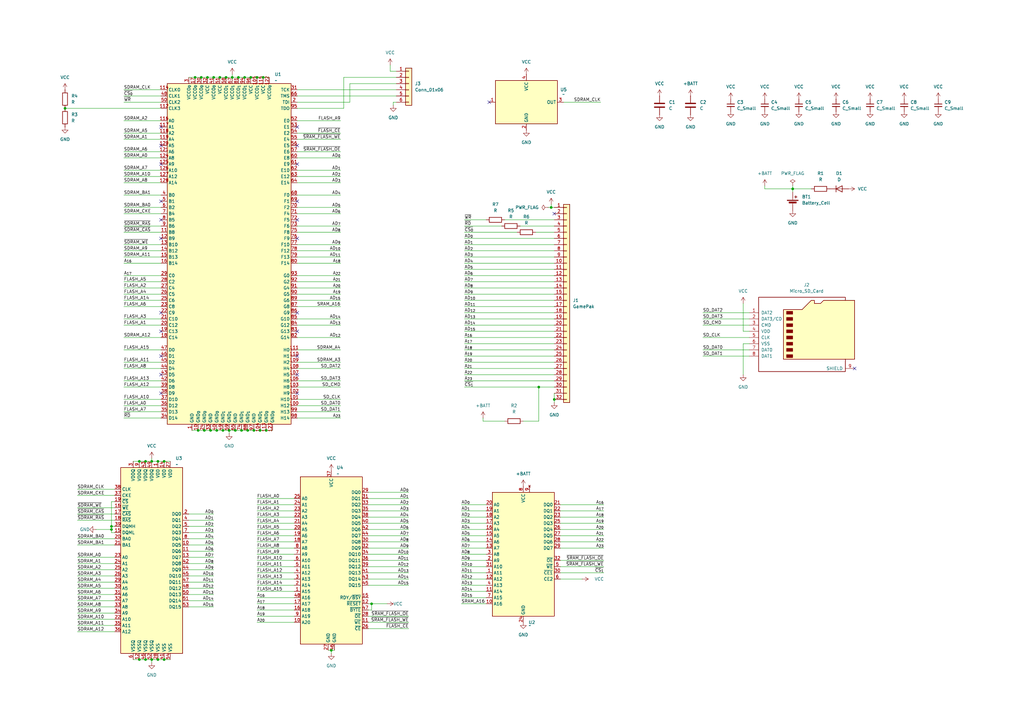
<source format=kicad_sch>
(kicad_sch (version 20250114) (generator "eeschema") (generator_version "9.0")
  (paper "A3")
  (junction (at 82.55 31.75))
  (junction (at 62.23 189.23))
  (junction (at 92.71 31.75))
  (junction (at 62.23 270.51))
  (junction (at 45.72 215.9))
  (junction (at 107.95 31.75))
  (junction (at 227.33 163.83))
  (junction (at 86.36 176.53))
  (junction (at 81.28 176.53))
  (junction (at 102.87 31.75))
  (junction (at 59.69 189.23))
  (junction (at 96.52 176.53))
  (junction (at 88.9 176.53))
  (junction (at 83.82 176.53))
  (junction (at 105.41 31.75))
  (junction (at 101.6 176.53))
  (junction (at 64.77 270.51))
  (junction (at 220.98 158.75))
  (junction (at 152.4 247.65))
  (junction (at 104.14 176.53))
  (junction (at 93.98 176.53))
  (junction (at 135.89 266.7))
  (junction (at 57.15 270.51))
  (junction (at 64.77 189.23))
  (junction (at 67.31 189.23))
  (junction (at 57.15 189.23))
  (junction (at 90.17 31.75))
  (junction (at 59.69 270.51))
  (junction (at 325.12 77.47))
  (junction (at 87.63 31.75))
  (junction (at 226.06 85.09))
  (junction (at 26.67 44.45))
  (junction (at 80.01 31.75))
  (junction (at 85.09 31.75))
  (junction (at 100.33 31.75))
  (junction (at 99.06 176.53))
  (junction (at 97.79 31.75))
  (junction (at 95.25 31.75))
  (junction (at 106.68 176.53))
  (junction (at 91.44 176.53))
  (junction (at 109.22 176.53))
  (junction (at 67.31 270.51))
  (junction (at 45.72 217.17))
  (no_connect (at 66.04 128.27))
  (no_connect (at 66.04 59.69))
  (no_connect (at 121.92 59.69))
  (no_connect (at 66.04 97.79))
  (no_connect (at 121.92 97.79))
  (no_connect (at 121.92 128.27))
  (no_connect (at 121.92 67.31))
  (no_connect (at 66.04 90.17))
  (no_connect (at 66.04 135.89))
  (no_connect (at 227.33 87.63))
  (no_connect (at 121.92 90.17))
  (no_connect (at 66.04 52.07))
  (no_connect (at 121.92 82.55))
  (no_connect (at 200.66 41.91))
  (no_connect (at 66.04 67.31))
  (no_connect (at 121.92 153.67))
  (no_connect (at 350.52 151.13))
  (no_connect (at 121.92 146.05))
  (no_connect (at 66.04 146.05))
  (no_connect (at 121.92 161.29))
  (no_connect (at 66.04 161.29))
  (no_connect (at 66.04 153.67))
  (no_connect (at 66.04 82.55))
  (no_connect (at 121.92 52.07))
  (no_connect (at 121.92 135.89))
  (wire (pts (xy 190.5 125.73) (xy 227.33 125.73)))
  (wire (pts (xy 162.56 29.21) (xy 160.02 29.21)))
  (wire (pts (xy 31.75 259.08) (xy 46.99 259.08)))
  (wire (pts (xy 50.8 133.35) (xy 66.04 133.35)))
  (wire (pts (xy 190.5 105.41) (xy 227.33 105.41)))
  (wire (pts (xy 190.5 158.75) (xy 220.98 158.75)))
  (wire (pts (xy 121.92 102.87) (xy 139.7 102.87)))
  (wire (pts (xy 50.8 125.73) (xy 66.04 125.73)))
  (wire (pts (xy 87.63 231.14) (xy 77.47 231.14)))
  (wire (pts (xy 82.55 31.75) (xy 85.09 31.75)))
  (wire (pts (xy 121.92 163.83) (xy 139.7 163.83)))
  (wire (pts (xy 288.29 146.05) (xy 307.34 146.05)))
  (wire (pts (xy 135.89 267.97) (xy 135.89 266.7)))
  (wire (pts (xy 31.75 233.68) (xy 46.99 233.68)))
  (wire (pts (xy 50.8 113.03) (xy 66.04 113.03)))
  (wire (pts (xy 121.92 168.91) (xy 139.7 168.91)))
  (wire (pts (xy 190.5 120.65) (xy 227.33 120.65)))
  (wire (pts (xy 189.23 247.65) (xy 199.39 247.65)))
  (wire (pts (xy 101.6 176.53) (xy 104.14 176.53)))
  (wire (pts (xy 100.33 31.75) (xy 102.87 31.75)))
  (wire (pts (xy 190.5 151.13) (xy 227.33 151.13)))
  (wire (pts (xy 50.8 143.51) (xy 66.04 143.51)))
  (wire (pts (xy 87.63 226.06) (xy 77.47 226.06)))
  (wire (pts (xy 198.12 172.72) (xy 207.01 172.72)))
  (wire (pts (xy 91.44 176.53) (xy 93.98 176.53)))
  (wire (pts (xy 190.5 146.05) (xy 227.33 146.05)))
  (wire (pts (xy 189.23 219.71) (xy 199.39 219.71)))
  (wire (pts (xy 64.77 189.23) (xy 67.31 189.23)))
  (wire (pts (xy 227.33 85.09) (xy 226.06 85.09)))
  (wire (pts (xy 151.13 219.71) (xy 167.64 219.71)))
  (wire (pts (xy 66.04 44.45) (xy 26.67 44.45)))
  (wire (pts (xy 121.92 57.15) (xy 139.7 57.15)))
  (wire (pts (xy 190.5 100.33) (xy 227.33 100.33)))
  (wire (pts (xy 50.8 120.65) (xy 66.04 120.65)))
  (wire (pts (xy 31.75 254) (xy 46.99 254)))
  (wire (pts (xy 190.5 133.35) (xy 227.33 133.35)))
  (wire (pts (xy 151.13 222.25) (xy 167.64 222.25)))
  (wire (pts (xy 214.63 172.72) (xy 220.98 172.72)))
  (wire (pts (xy 227.33 163.83) (xy 227.33 165.1)))
  (wire (pts (xy 121.92 36.83) (xy 162.56 36.83)))
  (wire (pts (xy 50.8 148.59) (xy 66.04 148.59)))
  (wire (pts (xy 151.13 255.27) (xy 167.64 255.27)))
  (wire (pts (xy 229.87 207.01) (xy 247.65 207.01)))
  (wire (pts (xy 121.92 105.41) (xy 139.7 105.41)))
  (wire (pts (xy 87.63 243.84) (xy 77.47 243.84)))
  (wire (pts (xy 31.75 243.84) (xy 46.99 243.84)))
  (wire (pts (xy 85.09 31.75) (xy 87.63 31.75)))
  (wire (pts (xy 160.02 29.21) (xy 160.02 26.67)))
  (wire (pts (xy 121.92 100.33) (xy 139.7 100.33)))
  (wire (pts (xy 189.23 209.55) (xy 199.39 209.55)))
  (wire (pts (xy 304.8 124.46) (xy 304.8 135.89)))
  (wire (pts (xy 80.01 31.75) (xy 82.55 31.75)))
  (wire (pts (xy 229.87 209.55) (xy 247.65 209.55)))
  (wire (pts (xy 151.13 240.03) (xy 167.64 240.03)))
  (wire (pts (xy 31.75 241.3) (xy 46.99 241.3)))
  (wire (pts (xy 86.36 176.53) (xy 88.9 176.53)))
  (wire (pts (xy 105.41 255.27) (xy 120.65 255.27)))
  (wire (pts (xy 220.98 158.75) (xy 227.33 158.75)))
  (wire (pts (xy 151.13 201.93) (xy 167.64 201.93)))
  (wire (pts (xy 105.41 245.11) (xy 120.65 245.11)))
  (wire (pts (xy 105.41 250.19) (xy 120.65 250.19)))
  (wire (pts (xy 135.89 266.7) (xy 137.16 266.7)))
  (wire (pts (xy 87.63 233.68) (xy 77.47 233.68)))
  (wire (pts (xy 50.8 87.63) (xy 66.04 87.63)))
  (wire (pts (xy 140.97 31.75) (xy 140.97 44.45)))
  (wire (pts (xy 121.92 148.59) (xy 139.7 148.59)))
  (wire (pts (xy 50.8 171.45) (xy 66.04 171.45)))
  (wire (pts (xy 229.87 224.79) (xy 247.65 224.79)))
  (wire (pts (xy 50.8 36.83) (xy 66.04 36.83)))
  (wire (pts (xy 50.8 85.09) (xy 66.04 85.09)))
  (wire (pts (xy 83.82 176.53) (xy 86.36 176.53)))
  (wire (pts (xy 190.5 140.97) (xy 227.33 140.97)))
  (wire (pts (xy 190.5 156.21) (xy 227.33 156.21)))
  (wire (pts (xy 31.75 246.38) (xy 46.99 246.38)))
  (wire (pts (xy 121.92 130.81) (xy 139.7 130.81)))
  (wire (pts (xy 121.92 123.19) (xy 139.7 123.19)))
  (wire (pts (xy 31.75 248.92) (xy 46.99 248.92)))
  (wire (pts (xy 50.8 54.61) (xy 66.04 54.61)))
  (wire (pts (xy 151.13 227.33) (xy 167.64 227.33)))
  (wire (pts (xy 161.29 41.91) (xy 162.56 41.91)))
  (wire (pts (xy 93.98 176.53) (xy 93.98 177.8)))
  (wire (pts (xy 92.71 31.75) (xy 95.25 31.75)))
  (wire (pts (xy 190.5 143.51) (xy 227.33 143.51)))
  (wire (pts (xy 189.23 224.79) (xy 199.39 224.79)))
  (wire (pts (xy 57.15 189.23) (xy 59.69 189.23)))
  (wire (pts (xy 81.28 176.53) (xy 83.82 176.53)))
  (wire (pts (xy 62.23 187.96) (xy 62.23 189.23)))
  (wire (pts (xy 105.41 242.57) (xy 120.65 242.57)))
  (wire (pts (xy 288.29 130.81) (xy 307.34 130.81)))
  (wire (pts (xy 325.12 78.74) (xy 325.12 77.47)))
  (wire (pts (xy 54.61 189.23) (xy 57.15 189.23)))
  (wire (pts (xy 231.14 41.91) (xy 246.38 41.91)))
  (wire (pts (xy 229.87 234.95) (xy 247.65 234.95)))
  (wire (pts (xy 325.12 77.47) (xy 332.74 77.47)))
  (wire (pts (xy 304.8 135.89) (xy 307.34 135.89)))
  (wire (pts (xy 109.22 176.53) (xy 111.76 176.53)))
  (wire (pts (xy 121.92 80.01) (xy 139.7 80.01)))
  (wire (pts (xy 190.5 135.89) (xy 227.33 135.89)))
  (wire (pts (xy 77.47 248.92) (xy 87.63 248.92)))
  (wire (pts (xy 90.17 31.75) (xy 92.71 31.75)))
  (wire (pts (xy 93.98 176.53) (xy 96.52 176.53)))
  (wire (pts (xy 50.8 130.81) (xy 66.04 130.81)))
  (wire (pts (xy 229.87 232.41) (xy 247.65 232.41)))
  (wire (pts (xy 189.23 227.33) (xy 199.39 227.33)))
  (wire (pts (xy 198.12 171.45) (xy 198.12 172.72)))
  (wire (pts (xy 229.87 222.25) (xy 247.65 222.25)))
  (wire (pts (xy 105.41 240.03) (xy 120.65 240.03)))
  (wire (pts (xy 143.51 41.91) (xy 121.92 41.91)))
  (wire (pts (xy 50.8 62.23) (xy 66.04 62.23)))
  (wire (pts (xy 50.8 74.93) (xy 66.04 74.93)))
  (wire (pts (xy 50.8 168.91) (xy 66.04 168.91)))
  (wire (pts (xy 190.5 148.59) (xy 227.33 148.59)))
  (wire (pts (xy 151.13 204.47) (xy 167.64 204.47)))
  (wire (pts (xy 190.5 110.49) (xy 227.33 110.49)))
  (wire (pts (xy 105.41 207.01) (xy 120.65 207.01)))
  (wire (pts (xy 78.74 176.53) (xy 81.28 176.53)))
  (wire (pts (xy 88.9 176.53) (xy 91.44 176.53)))
  (wire (pts (xy 121.92 87.63) (xy 139.7 87.63)))
  (wire (pts (xy 87.63 220.98) (xy 77.47 220.98)))
  (wire (pts (xy 288.29 133.35) (xy 307.34 133.35)))
  (wire (pts (xy 151.13 212.09) (xy 167.64 212.09)))
  (wire (pts (xy 288.29 138.43) (xy 307.34 138.43)))
  (wire (pts (xy 54.61 270.51) (xy 57.15 270.51)))
  (wire (pts (xy 121.92 158.75) (xy 139.7 158.75)))
  (wire (pts (xy 121.92 62.23) (xy 139.7 62.23)))
  (wire (pts (xy 87.63 238.76) (xy 77.47 238.76)))
  (wire (pts (xy 121.92 166.37) (xy 139.7 166.37)))
  (wire (pts (xy 31.75 213.36) (xy 46.99 213.36)))
  (wire (pts (xy 151.13 232.41) (xy 167.64 232.41)))
  (wire (pts (xy 105.41 247.65) (xy 120.65 247.65)))
  (wire (pts (xy 87.63 210.82) (xy 77.47 210.82)))
  (wire (pts (xy 229.87 229.87) (xy 247.65 229.87)))
  (wire (pts (xy 190.5 107.95) (xy 227.33 107.95)))
  (wire (pts (xy 50.8 163.83) (xy 66.04 163.83)))
  (wire (pts (xy 105.41 252.73) (xy 120.65 252.73)))
  (wire (pts (xy 50.8 39.37) (xy 66.04 39.37)))
  (wire (pts (xy 189.23 229.87) (xy 199.39 229.87)))
  (wire (pts (xy 190.5 123.19) (xy 227.33 123.19)))
  (wire (pts (xy 50.8 100.33) (xy 66.04 100.33)))
  (wire (pts (xy 39.37 217.17) (xy 45.72 217.17)))
  (wire (pts (xy 121.92 118.11) (xy 139.7 118.11)))
  (wire (pts (xy 288.29 143.51) (xy 307.34 143.51)))
  (wire (pts (xy 121.92 156.21) (xy 139.7 156.21)))
  (wire (pts (xy 121.92 138.43) (xy 139.7 138.43)))
  (wire (pts (xy 31.75 236.22) (xy 46.99 236.22)))
  (wire (pts (xy 121.92 151.13) (xy 139.7 151.13)))
  (wire (pts (xy 102.87 31.75) (xy 105.41 31.75)))
  (wire (pts (xy 105.41 219.71) (xy 120.65 219.71)))
  (wire (pts (xy 190.5 90.17) (xy 199.39 90.17)))
  (wire (pts (xy 31.75 228.6) (xy 46.99 228.6)))
  (wire (pts (xy 158.75 247.65) (xy 152.4 247.65)))
  (wire (pts (xy 288.29 128.27) (xy 307.34 128.27)))
  (wire (pts (xy 229.87 217.17) (xy 247.65 217.17)))
  (wire (pts (xy 189.23 214.63) (xy 199.39 214.63)))
  (wire (pts (xy 162.56 34.29) (xy 143.51 34.29)))
  (wire (pts (xy 50.8 115.57) (xy 66.04 115.57)))
  (wire (pts (xy 59.69 270.51) (xy 62.23 270.51)))
  (wire (pts (xy 87.63 218.44) (xy 77.47 218.44)))
  (wire (pts (xy 229.87 214.63) (xy 247.65 214.63)))
  (wire (pts (xy 105.41 212.09) (xy 120.65 212.09)))
  (wire (pts (xy 190.5 118.11) (xy 227.33 118.11)))
  (wire (pts (xy 151.13 247.65) (xy 152.4 247.65)))
  (wire (pts (xy 31.75 238.76) (xy 46.99 238.76)))
  (wire (pts (xy 189.23 234.95) (xy 199.39 234.95)))
  (wire (pts (xy 104.14 176.53) (xy 106.68 176.53)))
  (wire (pts (xy 50.8 166.37) (xy 66.04 166.37)))
  (wire (pts (xy 107.95 31.75) (xy 110.49 31.75)))
  (wire (pts (xy 189.23 237.49) (xy 199.39 237.49)))
  (wire (pts (xy 190.5 113.03) (xy 227.33 113.03)))
  (wire (pts (xy 189.23 240.03) (xy 199.39 240.03)))
  (wire (pts (xy 50.8 69.85) (xy 66.04 69.85)))
  (wire (pts (xy 151.13 214.63) (xy 167.64 214.63)))
  (wire (pts (xy 105.41 224.79) (xy 120.65 224.79)))
  (wire (pts (xy 105.41 31.75) (xy 107.95 31.75)))
  (wire (pts (xy 307.34 140.97) (xy 304.8 140.97)))
  (wire (pts (xy 50.8 105.41) (xy 66.04 105.41)))
  (wire (pts (xy 134.62 266.7) (xy 135.89 266.7)))
  (wire (pts (xy 121.92 113.03) (xy 139.7 113.03)))
  (wire (pts (xy 313.69 76.2) (xy 313.69 77.47)))
  (wire (pts (xy 121.92 95.25) (xy 139.7 95.25)))
  (wire (pts (xy 87.63 246.38) (xy 77.47 246.38)))
  (wire (pts (xy 151.13 234.95) (xy 167.64 234.95)))
  (wire (pts (xy 190.5 95.25) (xy 212.09 95.25)))
  (wire (pts (xy 96.52 176.53) (xy 99.06 176.53)))
  (wire (pts (xy 151.13 252.73) (xy 167.64 252.73)))
  (wire (pts (xy 31.75 210.82) (xy 46.99 210.82)))
  (wire (pts (xy 190.5 128.27) (xy 227.33 128.27)))
  (wire (pts (xy 121.92 115.57) (xy 139.7 115.57)))
  (wire (pts (xy 77.47 31.75) (xy 80.01 31.75)))
  (wire (pts (xy 190.5 130.81) (xy 227.33 130.81)))
  (wire (pts (xy 220.98 172.72) (xy 220.98 158.75)))
  (wire (pts (xy 121.92 120.65) (xy 139.7 120.65)))
  (wire (pts (xy 121.92 143.51) (xy 139.7 143.51)))
  (wire (pts (xy 229.87 212.09) (xy 247.65 212.09)))
  (wire (pts (xy 199.39 245.11) (xy 189.23 245.11)))
  (wire (pts (xy 45.72 218.44) (xy 46.99 218.44)))
  (wire (pts (xy 121.92 64.77) (xy 139.7 64.77)))
  (wire (pts (xy 87.63 241.3) (xy 77.47 241.3)))
  (wire (pts (xy 151.13 224.79) (xy 167.64 224.79)))
  (wire (pts (xy 87.63 215.9) (xy 77.47 215.9)))
  (wire (pts (xy 45.72 205.74) (xy 46.99 205.74)))
  (wire (pts (xy 190.5 153.67) (xy 227.33 153.67)))
  (wire (pts (xy 121.92 69.85) (xy 139.7 69.85)))
  (wire (pts (xy 229.87 237.49) (xy 238.76 237.49)))
  (wire (pts (xy 189.23 232.41) (xy 199.39 232.41)))
  (wire (pts (xy 31.75 223.52) (xy 46.99 223.52)))
  (wire (pts (xy 31.75 208.28) (xy 46.99 208.28)))
  (wire (pts (xy 62.23 189.23) (xy 64.77 189.23)))
  (wire (pts (xy 304.8 140.97) (xy 304.8 153.67)))
  (wire (pts (xy 105.41 227.33) (xy 120.65 227.33)))
  (wire (pts (xy 87.63 213.36) (xy 77.47 213.36)))
  (wire (pts (xy 105.41 234.95) (xy 120.65 234.95)))
  (wire (pts (xy 31.75 231.14) (xy 46.99 231.14)))
  (wire (pts (xy 62.23 270.51) (xy 64.77 270.51)))
  (wire (pts (xy 99.06 176.53) (xy 101.6 176.53)))
  (wire (pts (xy 151.13 257.81) (xy 167.64 257.81)))
  (wire (pts (xy 224.79 85.09) (xy 226.06 85.09)))
  (wire (pts (xy 50.8 138.43) (xy 66.04 138.43)))
  (wire (pts (xy 67.31 189.23) (xy 69.85 189.23)))
  (wire (pts (xy 45.72 217.17) (xy 45.72 218.44)))
  (wire (pts (xy 140.97 44.45) (xy 121.92 44.45)))
  (wire (pts (xy 151.13 207.01) (xy 167.64 207.01)))
  (wire (pts (xy 50.8 107.95) (xy 66.04 107.95)))
  (wire (pts (xy 190.5 92.71) (xy 205.74 92.71)))
  (wire (pts (xy 219.71 95.25) (xy 227.33 95.25)))
  (wire (pts (xy 31.75 200.66) (xy 46.99 200.66)))
  (wire (pts (xy 50.8 57.15) (xy 66.04 57.15)))
  (wire (pts (xy 325.12 76.2) (xy 325.12 77.47)))
  (wire (pts (xy 213.36 92.71) (xy 227.33 92.71)))
  (wire (pts (xy 46.99 215.9) (xy 45.72 215.9)))
  (wire (pts (xy 106.68 176.53) (xy 109.22 176.53)))
  (wire (pts (xy 105.41 237.49) (xy 120.65 237.49)))
  (wire (pts (xy 226.06 85.09) (xy 226.06 83.82)))
  (wire (pts (xy 121.92 107.95) (xy 139.7 107.95)))
  (wire (pts (xy 121.92 54.61) (xy 139.7 54.61)))
  (wire (pts (xy 152.4 250.19) (xy 151.13 250.19)))
  (wire (pts (xy 161.29 43.18) (xy 161.29 41.91)))
  (wire (pts (xy 50.8 156.21) (xy 66.04 156.21)))
  (wire (pts (xy 50.8 118.11) (xy 66.04 118.11)))
  (wire (pts (xy 189.23 222.25) (xy 199.39 222.25)))
  (wire (pts (xy 189.23 207.01) (xy 199.39 207.01)))
  (wire (pts (xy 151.13 209.55) (xy 167.64 209.55)))
  (wire (pts (xy 62.23 271.78) (xy 62.23 270.51)))
  (wire (pts (xy 31.75 220.98) (xy 46.99 220.98)))
  (wire (pts (xy 105.41 214.63) (xy 120.65 214.63)))
  (wire (pts (xy 57.15 270.51) (xy 59.69 270.51)))
  (wire (pts (xy 227.33 161.29) (xy 227.33 163.83)))
  (wire (pts (xy 121.92 125.73) (xy 139.7 125.73)))
  (wire (pts (xy 87.63 31.75) (xy 90.17 31.75)))
  (wire (pts (xy 87.63 236.22) (xy 77.47 236.22)))
  (wire (pts (xy 207.01 90.17) (xy 227.33 90.17)))
  (wire (pts (xy 31.75 251.46) (xy 46.99 251.46)))
  (wire (pts (xy 59.69 189.23) (xy 62.23 189.23)))
  (wire (pts (xy 151.13 237.49) (xy 167.64 237.49)))
  (wire (pts (xy 105.41 217.17) (xy 120.65 217.17)))
  (wire (pts (xy 189.23 212.09) (xy 199.39 212.09)))
  (wire (pts (xy 31.75 256.54) (xy 46.99 256.54)))
  (wire (pts (xy 105.41 204.47) (xy 120.65 204.47)))
  (wire (pts (xy 50.8 158.75) (xy 66.04 158.75)))
  (wire (pts (xy 229.87 219.71) (xy 247.65 219.71)))
  (wire (pts (xy 87.63 228.6) (xy 77.47 228.6)))
  (wire (pts (xy 50.8 49.53) (xy 66.04 49.53)))
  (wire (pts (xy 64.77 270.51) (xy 67.31 270.51)))
  (wire (pts (xy 45.72 215.9) (xy 45.72 205.74)))
  (wire (pts (xy 151.13 217.17) (xy 167.64 217.17)))
  (wire (pts (xy 121.92 171.45) (xy 139.7 171.45)))
  (wire (pts (xy 95.25 31.75) (xy 97.79 31.75)))
  (wire (pts (xy 105.41 232.41) (xy 120.65 232.41)))
  (wire (pts (xy 31.75 203.2) (xy 46.99 203.2)))
  (wire (pts (xy 105.41 229.87) (xy 120.65 229.87)))
  (wire (pts (xy 50.8 102.87) (xy 66.04 102.87)))
  (wire (pts (xy 97.79 31.75) (xy 100.33 31.75)))
  (wire (pts (xy 121.92 74.93) (xy 139.7 74.93)))
  (wire (pts (xy 50.8 72.39) (xy 66.04 72.39)))
  (wire (pts (xy 152.4 247.65) (xy 152.4 250.19)))
  (wire (pts (xy 121.92 133.35) (xy 139.7 133.35)))
  (wire (pts (xy 189.23 217.17) (xy 199.39 217.17)))
  (wire (pts (xy 151.13 229.87) (xy 167.64 229.87)))
  (wire (pts (xy 121.92 85.09) (xy 139.7 85.09)))
  (wire (pts (xy 190.5 138.43) (xy 227.33 138.43)))
  (wire (pts (xy 67.31 270.51) (xy 69.85 270.51)))
  (wire (pts (xy 95.25 30.48) (xy 95.25 31.75)))
  (wire (pts (xy 121.92 92.71) (xy 139.7 92.71)))
  (wire (pts (xy 121.92 49.53) (xy 139.7 49.53)))
  (wire (pts (xy 121.92 72.39) (xy 139.7 72.39)))
  (wire (pts (xy 190.5 102.87) (xy 227.33 102.87)))
  (wire (pts (xy 105.41 209.55) (xy 120.65 209.55)))
  (wire (pts (xy 189.23 242.57) (xy 199.39 242.57)))
  (wire (pts (xy 50.8 41.91) (xy 66.04 41.91)))
  (wire (pts (xy 190.5 115.57) (xy 227.33 115.57)))
  (wire (pts (xy 190.5 97.79) (xy 227.33 97.79)))
  (wire (pts (xy 50.8 95.25) (xy 66.04 95.25)))
  (wire (pts (xy 87.63 223.52) (xy 77.47 223.52)))
  (wire (pts (xy 50.8 151.13) (xy 66.04 151.13)))
  (wire (pts (xy 50.8 80.01) (xy 66.04 80.01)))
  (wire (pts (xy 162.56 31.75) (xy 140.97 31.75)))
  (wire (pts (xy 50.8 92.71) (xy 66.04 92.71)))
  (wire (pts (xy 121.92 39.37) (xy 162.56 39.37)))
  (wire (pts (xy 50.8 64.77) (xy 66.04 64.77)))
  (wire (pts (xy 325.12 77.47) (xy 313.69 77.47)))
  (wire (pts (xy 105.41 222.25) (xy 120.65 222.25)))
  (wire (pts (xy 143.51 34.29) (xy 143.51 41.91)))
  (wire (pts (xy 50.8 123.19) (xy 66.04 123.19)))
  (wire (pts (xy 45.72 215.9) (xy 45.72 217.17)))
  (label "AD_{7}" (at 167.64 219.71 180))
  (label "~{SRAM_FLASH_OE}" (at 139.7 62.23 180))
  (label "SD_DAT2" (at 288.29 128.27 0))
  (label "AD_{4}" (at 139.7 80.01 180))
  (label "AD_{14}" (at 139.7 130.81 180))
  (label "AD_{10}" (at 167.64 227.33 180))
  (label "AD_{10}" (at 87.63 236.22 180))
  (label "SD_DAT0" (at 288.29 143.51 0))
  (label "SDRAM_CLK" (at 50.8 36.83 0))
  (label "AD_{2}" (at 189.23 212.09 0))
  (label "AD_{15}" (at 167.64 240.03 180))
  (label "SDRAM_A1" (at 50.8 57.15 0))
  (label "AD_{0}" (at 87.63 210.82 180))
  (label "AD_{10}" (at 190.5 123.19 0))
  (label "SDRAM_A5" (at 50.8 54.61 0))
  (label "AD_{7}" (at 87.63 228.6 180))
  (label "AD_{5}" (at 189.23 219.71 0))
  (label "AD_{12}" (at 189.23 237.49 0))
  (label "A_{22}" (at 247.65 222.25 180))
  (label "~{RD}" (at 50.8 171.45 0))
  (label "~{CS_{0}}" (at 50.8 39.37 0))
  (label "FLASH_A7" (at 105.41 222.25 0))
  (label "~{RD}" (at 190.5 92.71 0))
  (label "AD_{0}" (at 189.23 207.01 0))
  (label "~{SRAM_FLASH_WE}" (at 139.7 57.15 180))
  (label "AD_{4}" (at 167.64 212.09 180))
  (label "SD_DAT2" (at 139.7 151.13 180))
  (label "AD_{3}" (at 167.64 209.55 180))
  (label "A_{20}" (at 139.7 118.11 180))
  (label "SD_CMD" (at 139.7 158.75 180))
  (label "AD_{6}" (at 167.64 217.17 180))
  (label "A_{16}" (at 105.41 245.11 0))
  (label "AD_{13}" (at 139.7 133.35 180))
  (label "AD_{1}" (at 189.23 209.55 0))
  (label "SDRAM_A9" (at 31.75 251.46 0))
  (label "A_{16}" (at 247.65 207.01 180))
  (label "AD_{7}" (at 189.23 224.79 0))
  (label "SDRAM_A4" (at 31.75 238.76 0))
  (label "AD_{14}" (at 190.5 133.35 0))
  (label "FLASH_A11" (at 105.41 232.41 0))
  (label "AD_{6}" (at 190.5 113.03 0))
  (label "SD_CMD" (at 288.29 133.35 0))
  (label "AD_{15}" (at 190.5 135.89 0))
  (label "A_{23}" (at 190.5 156.21 0))
  (label "FLASH_A6" (at 50.8 125.73 0))
  (label "SDRAM_A6" (at 31.75 243.84 0))
  (label "A_{20}" (at 190.5 148.59 0))
  (label "FLASH_A12" (at 50.8 158.75 0))
  (label "AD_{14}" (at 189.23 242.57 0))
  (label "AD_{8}" (at 190.5 118.11 0))
  (label "~{SDRAM_WE}" (at 50.8 100.33 0))
  (label "FLASH_A10" (at 50.8 163.83 0))
  (label "FLASH_A2" (at 50.8 118.11 0))
  (label "AD_{13}" (at 167.64 234.95 180))
  (label "FLASH_A1" (at 105.41 207.01 0))
  (label "A_{20}" (at 105.41 255.27 0))
  (label "A_{18}" (at 190.5 143.51 0))
  (label "FLASH_A9" (at 139.7 49.53 180))
  (label "AD_{15}" (at 139.7 123.19 180))
  (label "AD_{5}" (at 139.7 85.09 180))
  (label "FLASH_A4" (at 50.8 120.65 0))
  (label "A_{17}" (at 247.65 209.55 180))
  (label "SDRAM_CKE" (at 31.75 203.2 0))
  (label "~{WR}" (at 50.8 41.91 0))
  (label "AD_{12}" (at 87.63 241.3 180))
  (label "SDRAM_A12" (at 31.75 259.08 0))
  (label "AD_{15}" (at 189.23 245.11 0))
  (label "SDRAM_A7" (at 50.8 69.85 0))
  (label "AD_{12}" (at 139.7 138.43 180))
  (label "~{FLASH_CE}" (at 139.7 54.61 180))
  (label "SDRAM_A8" (at 31.75 248.92 0))
  (label "FLASH_A12" (at 105.41 234.95 0))
  (label "~{FLASH_CE}" (at 167.64 257.81 180))
  (label "AD_{8}" (at 189.23 227.33 0))
  (label "FLASH_A6" (at 105.41 219.71 0))
  (label "SD_DAT0" (at 139.7 166.37 180))
  (label "AD_{13}" (at 189.23 240.03 0))
  (label "AD_{2}" (at 190.5 102.87 0))
  (label "AD_{5}" (at 167.64 214.63 180))
  (label "AD_{7}" (at 139.7 92.71 180))
  (label "A_{19}" (at 105.41 252.73 0))
  (label "AD_{8}" (at 87.63 231.14 180))
  (label "SDRAM_BA1" (at 50.8 80.01 0))
  (label "~{CS_{0}}" (at 190.5 95.25 0))
  (label "AD_{9}" (at 189.23 229.87 0))
  (label "AD_{6}" (at 139.7 87.63 180))
  (label "AD_{15}" (at 87.63 248.92 180))
  (label "AD_{11}" (at 190.5 125.73 0))
  (label "A_{22}" (at 139.7 113.03 180))
  (label "A_{18}" (at 105.41 250.19 0))
  (label "SDRAM_A9" (at 50.8 102.87 0))
  (label "SDRAM_A10" (at 31.75 254 0))
  (label "SRAM_A16" (at 189.23 247.65 0))
  (label "AD_{12}" (at 167.64 232.41 180))
  (label "AD_{0}" (at 167.64 201.93 180))
  (label "~{SDRAM_CAS}" (at 31.75 210.82 0))
  (label "A_{19}" (at 247.65 214.63 180))
  (label "SDRAM_A11" (at 31.75 256.54 0))
  (label "AD_{1}" (at 190.5 100.33 0))
  (label "SDRAM_A6" (at 50.8 62.23 0))
  (label "SDRAM_CKE" (at 50.8 87.63 0))
  (label "SDRAM_A0" (at 50.8 64.77 0))
  (label "AD_{9}" (at 167.64 224.79 180))
  (label "AD_{8}" (at 167.64 222.25 180))
  (label "AD_{8}" (at 139.7 95.25 180))
  (label "FLASH_A14" (at 105.41 240.03 0))
  (label "FLASH_A10" (at 105.41 229.87 0))
  (label "SDRAM_A7" (at 31.75 246.38 0))
  (label "FLASH_A14" (at 50.8 123.19 0))
  (label "SD_CLK" (at 139.7 163.83 180))
  (label "SDRAM_CLK" (at 246.38 41.91 180))
  (label "A_{16}" (at 190.5 138.43 0))
  (label "~{SDRAM_RAS}" (at 50.8 92.71 0))
  (label "SDRAM_A2" (at 31.75 233.68 0))
  (label "A_{18}" (at 247.65 212.09 180))
  (label "AD_{1}" (at 167.64 204.47 180))
  (label "SD_DAT3" (at 288.29 130.81 0))
  (label "SDRAM_A4" (at 139.7 143.51 180))
  (label "FLASH_A3" (at 105.41 212.09 0))
  (label "AD_{13}" (at 87.63 243.84 180))
  (label "SDRAM_A3" (at 31.75 236.22 0))
  (label "SDRAM_CLK" (at 31.75 200.66 0))
  (label "AD_{14}" (at 87.63 246.38 180))
  (label "SD_DAT1" (at 288.29 146.05 0))
  (label "SDRAM_BA0" (at 50.8 85.09 0))
  (label "AD_{10}" (at 189.23 232.41 0))
  (label "A_{17}" (at 105.41 247.65 0))
  (label "FLASH_A15" (at 105.41 242.57 0))
  (label "AD_{11}" (at 87.63 238.76 180))
  (label "A_{21}" (at 247.65 219.71 180))
  (label "AD_{12}" (at 190.5 128.27 0))
  (label "AD_{9}" (at 87.63 233.68 180))
  (label "A_{18}" (at 139.7 107.95 180))
  (label "FLASH_A13" (at 50.8 156.21 0))
  (label "AD_{3}" (at 190.5 105.41 0))
  (label "A_{22}" (at 190.5 153.67 0))
  (label "SDRAM_A11" (at 50.8 105.41 0))
  (label "AD_{3}" (at 139.7 74.93 180))
  (label "A_{21}" (at 139.7 115.57 180))
  (label "SDRAM_BA1" (at 31.75 223.52 0))
  (label "AD_{11}" (at 189.23 234.95 0))
  (label "FLASH_A2" (at 105.41 209.55 0))
  (label "SD_CLK" (at 288.29 138.43 0))
  (label "~{SDRAM_WE}" (at 31.75 208.28 0))
  (label "AD_{1}" (at 139.7 69.85 180))
  (label "~{SRAM_FLASH_OE}" (at 167.64 252.73 180))
  (label "AD_{10}" (at 139.7 102.87 180))
  (label "SDRAM_A0" (at 31.75 228.6 0))
  (label "SDRAM_A3" (at 139.7 148.59 180))
  (label "SDRAM_A5" (at 31.75 241.3 0))
  (label "AD_{0}" (at 139.7 64.77 180))
  (label "AD_{9}" (at 139.7 100.33 180))
  (label "~{SDRAM_CAS}" (at 50.8 95.25 0))
  (label "AD_{3}" (at 87.63 218.44 180))
  (label "~{CS_{1}}" (at 190.5 158.75 0))
  (label "FLASH_A5" (at 50.8 115.57 0))
  (label "AD_{7}" (at 190.5 115.57 0))
  (label "SD_DAT3" (at 139.7 156.21 180))
  (label "AD_{6}" (at 189.23 222.25 0))
  (label "FLASH_A4" (at 105.41 214.63 0))
  (label "A_{16}" (at 50.8 107.95 0))
  (label "AD_{11}" (at 139.7 105.41 180))
  (label "FLASH_A3" (at 50.8 130.81 0))
  (label "A_{17}" (at 190.5 140.97 0))
  (label "AD_{4}" (at 190.5 107.95 0))
  (label "FLASH_A13" (at 105.41 237.49 0))
  (label "A_{17}" (at 50.8 113.03 0))
  (label "A_{20}" (at 247.65 217.17 180))
  (label "SDRAM_A12" (at 50.8 138.43 0))
  (label "SDRAM_A2" (at 50.8 49.53 0))
  (label "AD_{1}" (at 87.63 213.36 180))
  (label "AD_{13}" (at 190.5 130.81 0))
  (label "SDRAM_A1" (at 31.75 231.14 0))
  (label "FLASH_A15" (at 50.8 143.51 0))
  (label "~{SDRAM_RAS}" (at 31.75 213.36 0))
  (label "~{SRAM_FLASH_OE}" (at 247.65 229.87 180))
  (label "~{SRAM_FLASH_WE}" (at 167.64 255.27 180))
  (label "SD_DAT1" (at 139.7 168.91 180))
  (label "SDRAM_A10" (at 50.8 72.39 0))
  (label "FLASH_A5" (at 105.41 217.17 0))
  (label "AD_{11}" (at 167.64 229.87 180))
  (label "AD_{0}" (at 190.5 97.79 0))
  (label "AD_{2}" (at 167.64 207.01 180))
  (label "FLASH_A1" (at 50.8 133.35 0))
  (label "FLASH_A7" (at 50.8 168.91 0))
  (label "~{SRAM_FLASH_WE}" (at 247.65 232.41 180))
  (label "FLASH_A9" (at 105.41 227.33 0))
  (label "A_{21}" (at 190.5 151.13 0))
  (label "A_{19}" (at 139.7 120.65 180))
  (label "AD_{4}" (at 87.63 220.98 180))
  (label "SDRAM_BA0" (at 31.75 220.98 0))
  (label "FLASH_A8" (at 105.41 224.79 0))
  (label "FLASH_A11" (at 50.8 148.59 0))
  (label "A_{23}" (at 139.7 171.45 180))
  (label "~{CS_{1}}" (at 247.65 234.95 180))
  (label "FLASH_A0" (at 50.8 166.37 0))
  (label "FLASH_A0" (at 105.41 204.47 0))
  (label "A_{19}" (at 190.5 146.05 0))
  (label "AD_{5}" (at 190.5 110.49 0))
  (label "AD_{14}" (at 167.64 237.49 180))
  (label "FLASH_A8" (at 50.8 151.13 0))
  (label "AD_{9}" (at 190.5 120.65 0))
  (label "A_{23}" (at 247.65 224.79 180))
  (label "AD_{2}" (at 139.7 72.39 180))
  (label "SRAM_A16" (at 139.7 125.73 180))
  (label "SDRAM_A8" (at 50.8 74.93 0))
  (label "AD_{5}" (at 87.63 223.52 180))
  (label "~{WR}" (at 190.5 90.17 0))
  (label "AD_{2}" (at 87.63 215.9 180))
  (label "AD_{4}" (at 189.23 217.17 0))
  (label "AD_{3}" (at 189.23 214.63 0))
  (label "AD_{6}" (at 87.63 226.06 180))
  (symbol (lib_id "symbols:MX29LV320E") (at 135.89 229.87 0) (unit 1)
    (property "Reference" "U4" (at 138.0333 191.77 0) (effects (justify left)))
    (property "Value" "~" (at 138.0333 194.31 0) (effects (justify left)))
    (property "Footprint" "fp:TSOP-I-48_18.4x12mm_P0.5mm" (effects (hide yes)))
  )
  (symbol (lib_id "power:VCC") (at 160.02 26.67 0) (unit 1)
    (property "Reference" "#PWR030" (effects (hide yes)))
    (property "Value" "VCC" (at 160.02 21.59 0))
    (property "Description" "Power symbol creates a global label with name \"VCC\"" (effects (hide yes)))
  )
  (symbol (lib_id "power:GND") (at 370.84 45.72 0) (unit 1)
    (property "Reference" "#PWR040" (effects (hide yes)))
    (property "Value" "GND" (at 370.84 50.8 0))
    (property "Description" "Power symbol creates a global label with name \"GND\" , ground" (effects (hide yes)))
  )
  (symbol (lib_id "power:VCC") (at 215.9 30.48 0) (unit 1)
    (property "Reference" "#PWR031" (effects (hide yes)))
    (property "Value" "VCC" (at 215.9 25.4 0))
    (property "Description" "Power symbol creates a global label with name \"VCC\"" (effects (hide yes)))
  )
  (symbol (lib_id "power:+BATT") (at 283.21 39.37 0) (unit 1)
    (property "Reference" "#PWR017" (effects (hide yes)))
    (property "Value" "+BATT" (at 283.21 34.29 0))
    (property "Description" "Power symbol creates a global label with name \"+BATT\"" (effects (hide yes)))
  )
  (symbol (lib_id "Connector_Generic:Conn_01x32") (at 232.41 123.19 0) (unit 1)
    (property "Reference" "J1" (at 234.95 123.1899 0) (effects (justify left)))
    (property "Value" "GamePak" (at 234.95 125.7299 0) (effects (justify left)))
    (property "Footprint" "fp:GamePak_CardEdge" (effects (hide yes)))
    (property "Description" "Generic connector, single row, 01x32, script generated (kicad-library-utils/schlib/autogen/connector/)" (effects (hide yes)))
  )
  (symbol (lib_id "power:VCC") (at 270.51 39.37 0) (unit 1)
    (property "Reference" "#PWR05" (effects (hide yes)))
    (property "Value" "VCC" (at 270.51 34.29 0))
    (property "Description" "Power symbol creates a global label with name \"VCC\"" (effects (hide yes)))
  )
  (symbol (lib_id "Device:C") (at 270.51 43.18 0) (unit 1)
    (property "Reference" "C1" (at 274.32 41.9099 0) (effects (justify left)))
    (property "Value" "C" (at 274.32 44.4499 0) (effects (justify left)))
    (property "Footprint" "Capacitor_SMD:C_1206_3216Metric" (effects (hide yes)))
    (property "Description" "Unpolarized capacitor" (effects (hide yes)))
  )
  (symbol (lib_id "power:VCC") (at 299.72 40.64 0) (unit 1)
    (property "Reference" "#PWR014" (effects (hide yes)))
    (property "Value" "VCC" (at 299.72 35.56 0))
    (property "Description" "Power symbol creates a global label with name \"VCC\"" (effects (hide yes)))
  )
  (symbol (lib_id "symbols:Oscillator") (at 215.9 41.91 0) (unit 1)
    (property "Reference" "U5" (at 231.14 36.7598 0))
    (property "Value" "~" (at 231.14 38.6649 0))
    (property "Footprint" "fp:Oscillator" (effects (hide yes)))
  )
  (symbol (lib_id "power:VCC") (at 62.23 187.96 0) (unit 1)
    (property "Reference" "#PWR022" (effects (hide yes)))
    (property "Value" "VCC" (at 62.23 182.88 0))
    (property "Description" "Power symbol creates a global label with name \"VCC\"" (effects (hide yes)))
  )
  (symbol (lib_id "symbols:LC4128V") (at 93.98 110.49 0) (unit 1)
    (property "Reference" "U1" (at 112.6333 30.48 0) (effects (justify left)))
    (property "Value" "~" (at 112.6333 33.02 0) (effects (justify left)))
    (property "Footprint" "Package_QFP:TQFP-128_14x14mm_P0.4mm" (effects (hide yes)))
  )
  (symbol (lib_id "power:+BATT") (at 214.63 199.39 0) (unit 1)
    (property "Reference" "#PWR024" (effects (hide yes)))
    (property "Value" "+BATT" (at 214.63 194.31 0))
    (property "Description" "Power symbol creates a global label with name \"+BATT\"" (effects (hide yes)))
  )
  (symbol (lib_id "Device:C_Small") (at 313.69 43.18 0) (unit 1)
    (property "Reference" "C4" (at 316.23 41.9162 0) (effects (justify left)))
    (property "Value" "C_Small" (at 316.23 44.4562 0) (effects (justify left)))
    (property "Footprint" "Capacitor_SMD:C_0402_1005Metric" (effects (hide yes)))
    (property "Description" "Unpolarized capacitor, small symbol" (effects (hide yes)))
  )
  (symbol (lib_id "symbols:BS62LV1024") (at 214.63 227.33 0) (unit 1)
    (property "Reference" "U2" (at 216.7733 255.27 0) (effects (justify left)))
    (property "Value" "~" (at 216.7733 256.54 0) (effects (justify left)))
    (property "Footprint" "fp:TSOP-I-32_11.8x8mm_P0.5mm" (effects (hide yes)))
  )
  (symbol (lib_id "power:GND") (at 384.81 45.72 0) (unit 1)
    (property "Reference" "#PWR042" (effects (hide yes)))
    (property "Value" "GND" (at 384.81 50.8 0))
    (property "Description" "Power symbol creates a global label with name \"GND\" , ground" (effects (hide yes)))
  )
  (symbol (lib_id "power:GND") (at 304.8 153.67 0) (unit 1)
    (property "Reference" "#PWR09" (effects (hide yes)))
    (property "Value" "GND" (at 304.8 158.75 0))
    (property "Description" "Power symbol creates a global label with name \"GND\" , ground" (effects (hide yes)))
  )
  (symbol (lib_id "power:VCC") (at 238.76 237.49 270) (unit 1)
    (property "Reference" "#PWR07" (effects (hide yes)))
    (property "Value" "VCC" (at 243.84 237.4899 90) (effects (justify left)))
    (property "Description" "Power symbol creates a global label with name \"VCC\"" (effects (hide yes)))
  )
  (symbol (lib_id "power:VCC") (at 226.06 83.82 0) (unit 1)
    (property "Reference" "#PWR03" (effects (hide yes)))
    (property "Value" "VCC" (at 226.06 78.74 0))
    (property "Description" "Power symbol creates a global label with name \"VCC\"" (effects (hide yes)))
  )
  (symbol (lib_id "power:GND") (at 161.29 43.18 0) (unit 1)
    (property "Reference" "#PWR029" (effects (hide yes)))
    (property "Value" "GND" (at 161.29 48.26 0))
    (property "Description" "Power symbol creates a global label with name \"GND\" , ground" (effects (hide yes)))
  )
  (symbol (lib_id "power:GND") (at 283.21 46.99 0) (unit 1)
    (property "Reference" "#PWR08" (effects (hide yes)))
    (property "Value" "GND" (at 283.21 52.07 0))
    (property "Description" "Power symbol creates a global label with name \"GND\" , ground" (effects (hide yes)))
  )
  (symbol (lib_id "Device:R") (at 215.9 95.25 90) (unit 1)
    (property "Reference" "R6" (at 215.9 88.9 90))
    (property "Value" "R" (at 215.9 91.44 90))
    (property "Footprint" "Resistor_SMD:R_0603_1608Metric" (effects (hide yes)))
    (property "Description" "Resistor" (effects (hide yes)))
  )
  (symbol (lib_id "power:PWR_FLAG") (at 224.79 85.09 90) (unit 1)
    (property "Reference" "#FLG01" (effects (hide yes)))
    (property "Value" "PWR_FLAG" (at 220.98 85.0899 90) (effects (justify left)))
    (property "Description" "Special symbol for telling ERC where power comes from" (effects (hide yes)))
  )
  (symbol (lib_id "power:GND") (at 313.69 45.72 0) (unit 1)
    (property "Reference" "#PWR016" (effects (hide yes)))
    (property "Value" "GND" (at 313.69 50.8 0))
    (property "Description" "Power symbol creates a global label with name \"GND\" , ground" (effects (hide yes)))
  )
  (symbol (lib_id "power:GND") (at 342.9 45.72 0) (unit 1)
    (property "Reference" "#PWR036" (effects (hide yes)))
    (property "Value" "GND" (at 342.9 50.8 0))
    (property "Description" "Power symbol creates a global label with name \"GND\" , ground" (effects (hide yes)))
  )
  (symbol (lib_id "power:GND") (at 215.9 53.34 0) (unit 1)
    (property "Reference" "#PWR032" (effects (hide yes)))
    (property "Value" "GND" (at 215.9 58.42 0))
    (property "Description" "Power symbol creates a global label with name \"GND\" , ground" (effects (hide yes)))
  )
  (symbol (lib_id "power:GND") (at 93.98 177.8 0) (unit 1)
    (property "Reference" "#PWR01" (effects (hide yes)))
    (property "Value" "GND" (at 93.98 182.88 0))
    (property "Description" "Power symbol creates a global label with name \"GND\" , ground" (effects (hide yes)))
  )
  (symbol (lib_id "Device:C_Small") (at 342.9 43.18 0) (unit 1)
    (property "Reference" "C6" (at 345.44 41.9162 0) (effects (justify left)))
    (property "Value" "C_Small" (at 345.44 44.4562 0) (effects (justify left)))
    (property "Footprint" "Capacitor_SMD:C_0402_1005Metric" (effects (hide yes)))
    (property "Description" "Unpolarized capacitor, small symbol" (effects (hide yes)))
  )
  (symbol (lib_id "power:VCC") (at 370.84 40.64 0) (unit 1)
    (property "Reference" "#PWR039" (effects (hide yes)))
    (property "Value" "VCC" (at 370.84 35.56 0))
    (property "Description" "Power symbol creates a global label with name \"VCC\"" (effects (hide yes)))
  )
  (symbol (lib_id "power:VCC") (at 304.8 124.46 0) (unit 1)
    (property "Reference" "#PWR010" (effects (hide yes)))
    (property "Value" "VCC" (at 304.8 119.38 0))
    (property "Description" "Power symbol creates a global label with name \"VCC\"" (effects (hide yes)))
  )
  (symbol (lib_id "power:GND") (at 227.33 165.1 0) (unit 1)
    (property "Reference" "#PWR04" (effects (hide yes)))
    (property "Value" "GND" (at 227.33 170.18 0))
    (property "Description" "Power symbol creates a global label with name \"GND\" , ground" (effects (hide yes)))
  )
  (symbol (lib_id "Device:R") (at 26.67 40.64 0) (unit 1)
    (property "Reference" "R4" (at 29.21 39.3699 0) (effects (justify left)))
    (property "Value" "R" (at 29.21 41.9099 0) (effects (justify left)))
    (property "Footprint" "Resistor_SMD:R_0603_1608Metric" (effects (hide yes)))
    (property "Description" "Resistor" (effects (hide yes)))
  )
  (symbol (lib_id "Connector:Micro_SD_Card") (at 330.2 135.89 0) (unit 1)
    (property "Reference" "J2" (at 330.835 116.84 0))
    (property "Value" "Micro_SD_Card" (at 330.835 119.38 0))
    (property "Footprint" "fp:J_SD_Card-micro_socket_A" (effects (hide yes)))
    (property "Datasheet" "https://www.we-online.com/components/products/datasheet/693072010801.pdf" (effects (hide yes)))
    (property "Description" "Micro SD Card Socket" (effects (hide yes)))
  )
  (symbol (lib_id "power:VCC") (at 327.66 40.64 0) (unit 1)
    (property "Reference" "#PWR033" (effects (hide yes)))
    (property "Value" "VCC" (at 327.66 35.56 0))
    (property "Description" "Power symbol creates a global label with name \"VCC\"" (effects (hide yes)))
  )
  (symbol (lib_id "Device:R") (at 210.82 172.72 90) (unit 1)
    (property "Reference" "R2" (at 210.82 166.37 90))
    (property "Value" "R" (at 210.82 168.91 90))
    (property "Footprint" "Resistor_SMD:R_0603_1608Metric" (effects (hide yes)))
    (property "Description" "Resistor" (effects (hide yes)))
  )
  (symbol (lib_id "power:PWR_FLAG") (at 325.12 76.2 0) (unit 1)
    (property "Reference" "#FLG02" (effects (hide yes)))
    (property "Value" "PWR_FLAG" (at 325.12 71.12 0))
    (property "Description" "Special symbol for telling ERC where power comes from" (effects (hide yes)))
  )
  (symbol (lib_id "power:GND") (at 135.89 267.97 0) (unit 1)
    (property "Reference" "#PWR027" (effects (hide yes)))
    (property "Value" "GND" (at 135.89 273.05 0))
    (property "Description" "Power symbol creates a global label with name \"GND\" , ground" (effects (hide yes)))
  )
  (symbol (lib_id "power:VCC") (at 356.87 40.64 0) (unit 1)
    (property "Reference" "#PWR037" (effects (hide yes)))
    (property "Value" "VCC" (at 356.87 35.56 0))
    (property "Description" "Power symbol creates a global label with name \"VCC\"" (effects (hide yes)))
  )
  (symbol (lib_id "power:GND") (at 325.12 86.36 0) (unit 1)
    (property "Reference" "#PWR011" (effects (hide yes)))
    (property "Value" "GND" (at 325.12 91.44 0))
    (property "Description" "Power symbol creates a global label with name \"GND\" , ground" (effects (hide yes)))
  )
  (symbol (lib_id "power:VCC") (at 135.89 193.04 0) (unit 1)
    (property "Reference" "#PWR026" (effects (hide yes)))
    (property "Value" "VCC" (at 135.89 187.96 0))
    (property "Description" "Power symbol creates a global label with name \"VCC\"" (effects (hide yes)))
  )
  (symbol (lib_id "symbols:MT48LC16M16A2") (at 62.23 229.87 0) (unit 1)
    (property "Reference" "U3" (at 71.9933 187.96 0) (effects (justify left)))
    (property "Value" "~" (at 71.9933 190.5 0) (effects (justify left)))
    (property "Footprint" "fp:TSOP-II-54_22.2x10.16mm_P0.8mm" (effects (hide yes)))
  )
  (symbol (lib_id "Device:R") (at 209.55 92.71 90) (unit 1)
    (property "Reference" "R5" (at 209.55 86.36 90))
    (property "Value" "R" (at 209.55 88.9 90))
    (property "Footprint" "Resistor_SMD:R_0603_1608Metric" (effects (hide yes)))
    (property "Description" "Resistor" (effects (hide yes)))
  )
  (symbol (lib_id "power:+BATT") (at 313.69 76.2 0) (unit 1)
    (property "Reference" "#PWR020" (effects (hide yes)))
    (property "Value" "+BATT" (at 313.69 71.12 0))
    (property "Description" "Power symbol creates a global label with name \"+BATT\"" (effects (hide yes)))
  )
  (symbol (lib_id "power:VCC") (at 342.9 40.64 0) (unit 1)
    (property "Reference" "#PWR035" (effects (hide yes)))
    (property "Value" "VCC" (at 342.9 35.56 0))
    (property "Description" "Power symbol creates a global label with name \"VCC\"" (effects (hide yes)))
  )
  (symbol (lib_id "Device:D") (at 344.17 77.47 0) (mirror x) (unit 1)
    (property "Reference" "D1" (at 344.17 71.12 0))
    (property "Value" "D" (at 344.17 73.66 0))
    (property "Footprint" "Diode_SMD:D_SOD-323_HandSoldering" (effects (hide yes)))
    (property "Description" "Diode" (effects (hide yes)))
    (property "Sim.Device" "D" (effects (hide yes)))
    (property "Sim.Pins" "1=K 2=A" (effects (hide yes)))
  )
  (symbol (lib_id "Device:C") (at 283.21 43.18 0) (unit 1)
    (property "Reference" "C2" (at 287.02 41.9099 0) (effects (justify left)))
    (property "Value" "C" (at 287.02 44.4499 0) (effects (justify left)))
    (property "Footprint" "Capacitor_SMD:C_1206_3216Metric" (effects (hide yes)))
    (property "Description" "Unpolarized capacitor" (effects (hide yes)))
  )
  (symbol (lib_id "power:GND") (at 214.63 255.27 0) (unit 1)
    (property "Reference" "#PWR021" (effects (hide yes)))
    (property "Value" "GND" (at 214.63 260.35 0))
    (property "Description" "Power symbol creates a global label with name \"GND\" , ground" (effects (hide yes)))
  )
  (symbol (lib_id "power:VCC") (at 26.67 36.83 0) (unit 1)
    (property "Reference" "#PWR025" (effects (hide yes)))
    (property "Value" "VCC" (at 26.67 31.75 0))
    (property "Description" "Power symbol creates a global label with name \"VCC\"" (effects (hide yes)))
  )
  (symbol (lib_id "Device:R") (at 26.67 48.26 180) (unit 1)
    (property "Reference" "R3" (at 29.21 46.9899 0) (effects (justify right)))
    (property "Value" "R" (at 29.21 49.5299 0) (effects (justify right)))
    (property "Footprint" "Resistor_SMD:R_0603_1608Metric" (effects (hide yes)))
    (property "Description" "Resistor" (effects (hide yes)))
  )
  (symbol (lib_id "Device:Battery_Cell") (at 325.12 83.82 0) (unit 1)
    (property "Reference" "BT1" (at 328.93 80.7084 0) (effects (justify left)))
    (property "Value" "Battery_Cell" (at 328.93 83.2484 0) (effects (justify left)))
    (property "Footprint" "fp:Battery" (effects (hide yes)))
    (property "Description" "Single-cell battery" (effects (hide yes)))
  )
  (symbol (lib_id "Device:C_Small") (at 299.72 43.18 0) (unit 1)
    (property "Reference" "C3" (at 302.26 41.9162 0) (effects (justify left)))
    (property "Value" "C_Small" (at 302.26 44.4562 0) (effects (justify left)))
    (property "Footprint" "Capacitor_SMD:C_0402_1005Metric" (effects (hide yes)))
    (property "Description" "Unpolarized capacitor, small symbol" (effects (hide yes)))
  )
  (symbol (lib_id "power:VCC") (at 158.75 247.65 270) (mirror x) (unit 1)
    (property "Reference" "#PWR028" (effects (hide yes)))
    (property "Value" "VCC" (at 161.29 247.6499 90) (effects (justify left)))
    (property "Description" "Power symbol creates a global label with name \"VCC\"" (effects (hide yes)))
  )
  (symbol (lib_id "Device:C_Small") (at 356.87 43.18 0) (unit 1)
    (property "Reference" "C7" (at 359.41 41.9162 0) (effects (justify left)))
    (property "Value" "C_Small" (at 359.41 44.4562 0) (effects (justify left)))
    (property "Footprint" "Capacitor_SMD:C_0402_1005Metric" (effects (hide yes)))
    (property "Description" "Unpolarized capacitor, small symbol" (effects (hide yes)))
  )
  (symbol (lib_id "Connector_Generic:Conn_01x06") (at 167.64 34.29 0) (unit 1)
    (property "Reference" "J3" (at 170.18 34.2899 0) (effects (justify left)))
    (property "Value" "Conn_01x06" (at 170.18 36.8299 0) (effects (justify left)))
    (property "Footprint" "fp:JTAG" (effects (hide yes)))
    (property "Description" "Generic connector, single row, 01x06, script generated (kicad-library-utils/schlib/autogen/connector/)" (effects (hide yes)))
  )
  (symbol (lib_id "power:VCC") (at 384.81 40.64 0) (unit 1)
    (property "Reference" "#PWR041" (effects (hide yes)))
    (property "Value" "VCC" (at 384.81 35.56 0))
    (property "Description" "Power symbol creates a global label with name \"VCC\"" (effects (hide yes)))
  )
  (symbol (lib_id "Device:R") (at 336.55 77.47 90) (unit 1)
    (property "Reference" "R1" (at 336.55 71.12 90))
    (property "Value" "R" (at 336.55 73.66 90))
    (property "Footprint" "Resistor_SMD:R_0603_1608Metric" (effects (hide yes)))
    (property "Description" "Resistor" (effects (hide yes)))
  )
  (symbol (lib_id "power:GND") (at 39.37 217.17 270) (unit 1)
    (property "Reference" "#PWR043" (effects (hide yes)))
    (property "Value" "GND" (at 36.83 217.1699 90) (effects (justify right)))
    (property "Description" "Power symbol creates a global label with name \"GND\" , ground" (effects (hide yes)))
  )
  (symbol (lib_id "power:VCC") (at 347.98 77.47 270) (unit 1)
    (property "Reference" "#PWR012" (effects (hide yes)))
    (property "Value" "VCC" (at 351.79 77.4699 90) (effects (justify left)))
    (property "Description" "Power symbol creates a global label with name \"VCC\"" (effects (hide yes)))
  )
  (symbol (lib_id "Device:C_Small") (at 327.66 43.18 0) (unit 1)
    (property "Reference" "C5" (at 330.2 41.9162 0) (effects (justify left)))
    (property "Value" "C_Small" (at 330.2 44.4562 0) (effects (justify left)))
    (property "Footprint" "Capacitor_SMD:C_0402_1005Metric" (effects (hide yes)))
    (property "Description" "Unpolarized capacitor, small symbol" (effects (hide yes)))
  )
  (symbol (lib_id "power:VCC") (at 95.25 30.48 0) (unit 1)
    (property "Reference" "#PWR02" (effects (hide yes)))
    (property "Value" "VCC" (at 95.25 25.4 0))
    (property "Description" "Power symbol creates a global label with name \"VCC\"" (effects (hide yes)))
  )
  (symbol (lib_id "power:VCC") (at 313.69 40.64 0) (unit 1)
    (property "Reference" "#PWR015" (effects (hide yes)))
    (property "Value" "VCC" (at 313.69 35.56 0))
    (property "Description" "Power symbol creates a global label with name \"VCC\"" (effects (hide yes)))
  )
  (symbol (lib_id "power:GND") (at 270.51 46.99 0) (unit 1)
    (property "Reference" "#PWR06" (effects (hide yes)))
    (property "Value" "GND" (at 270.51 52.07 0))
    (property "Description" "Power symbol creates a global label with name \"GND\" , ground" (effects (hide yes)))
  )
  (symbol (lib_id "power:+BATT") (at 198.12 171.45 0) (unit 1)
    (property "Reference" "#PWR019" (effects (hide yes)))
    (property "Value" "+BATT" (at 198.12 166.37 0))
    (property "Description" "Power symbol creates a global label with name \"+BATT\"" (effects (hide yes)))
  )
  (symbol (lib_id "power:GND") (at 299.72 45.72 0) (unit 1)
    (property "Reference" "#PWR013" (effects (hide yes)))
    (property "Value" "GND" (at 299.72 50.8 0))
    (property "Description" "Power symbol creates a global label with name \"GND\" , ground" (effects (hide yes)))
  )
  (symbol (lib_id "power:GND") (at 62.23 271.78 0) (unit 1)
    (property "Reference" "#PWR023" (effects (hide yes)))
    (property "Value" "GND" (at 62.23 276.86 0))
    (property "Description" "Power symbol creates a global label with name \"GND\" , ground" (effects (hide yes)))
  )
  (symbol (lib_id "Device:C_Small") (at 384.81 43.18 0) (unit 1)
    (property "Reference" "C9" (at 387.35 41.9162 0) (effects (justify left)))
    (property "Value" "C_Small" (at 387.35 44.4562 0) (effects (justify left)))
    (property "Footprint" "Capacitor_SMD:C_0402_1005Metric" (effects (hide yes)))
    (property "Description" "Unpolarized capacitor, small symbol" (effects (hide yes)))
  )
  (symbol (lib_id "power:GND") (at 356.87 45.72 0) (unit 1)
    (property "Reference" "#PWR038" (effects (hide yes)))
    (property "Value" "GND" (at 356.87 50.8 0))
    (property "Description" "Power symbol creates a global label with name \"GND\" , ground" (effects (hide yes)))
  )
  (symbol (lib_id "power:GND") (at 327.66 45.72 0) (unit 1)
    (property "Reference" "#PWR034" (effects (hide yes)))
    (property "Value" "GND" (at 327.66 50.8 0))
    (property "Description" "Power symbol creates a global label with name \"GND\" , ground" (effects (hide yes)))
  )
  (symbol (lib_id "Device:R") (at 203.2 90.17 90) (unit 1)
    (property "Reference" "R7" (at 203.2 83.82 90))
    (property "Value" "R" (at 203.2 86.36 90))
    (property "Footprint" "Resistor_SMD:R_0603_1608Metric" (effects (hide yes)))
    (property "Description" "Resistor" (effects (hide yes)))
  )
  (symbol (lib_id "power:GND") (at 26.67 52.07 0) (unit 1)
    (property "Reference" "#PWR018" (effects (hide yes)))
    (property "Value" "GND" (at 26.67 57.15 0))
    (property "Description" "Power symbol creates a global label with name \"GND\" , ground" (effects (hide yes)))
  )
  (symbol (lib_id "Device:C_Small") (at 370.84 43.18 0) (unit 1)
    (property "Reference" "C8" (at 373.38 41.9162 0) (effects (justify left)))
    (property "Value" "C_Small" (at 373.38 44.4562 0) (effects (justify left)))
    (property "Footprint" "Capacitor_SMD:C_0402_1005Metric" (effects (hide yes)))
    (property "Description" "Unpolarized capacitor, small symbol" (effects (hide yes)))
  )
)
</source>
